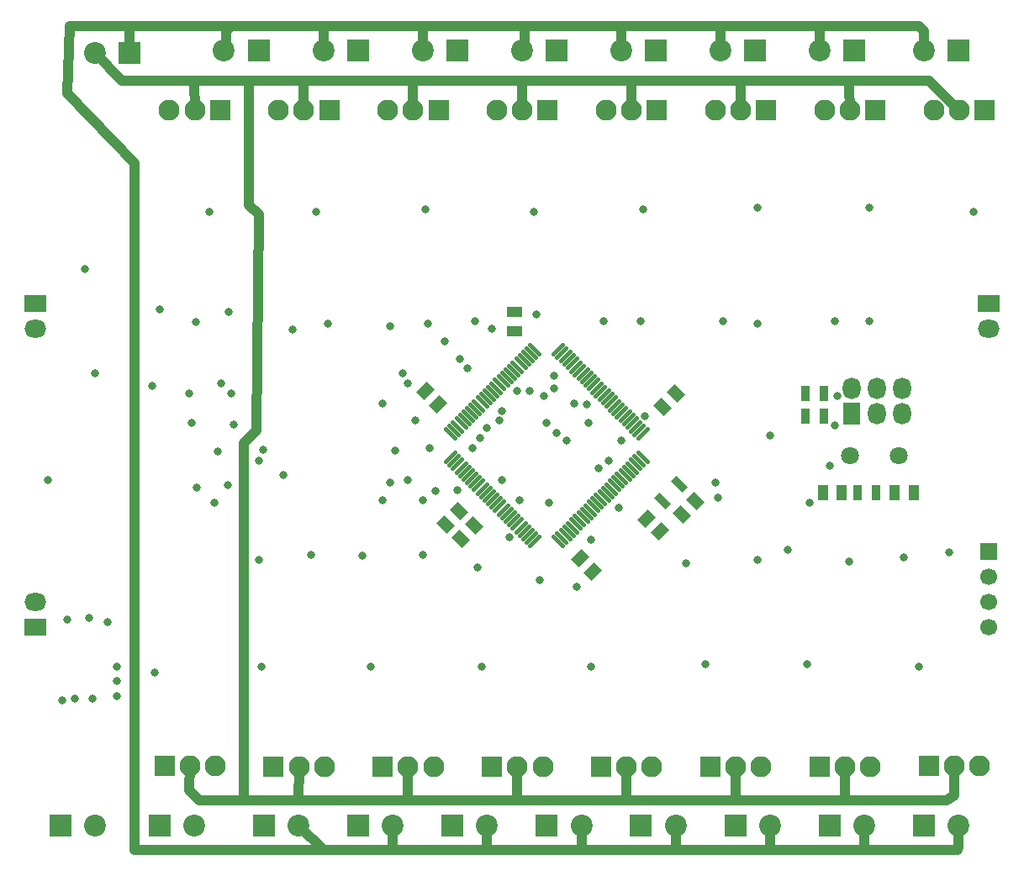
<source format=gbs>
G04*
G04 #@! TF.GenerationSoftware,Altium Limited,Altium Designer,22.7.1 (60)*
G04*
G04 Layer_Color=16711935*
%FSLAX44Y44*%
%MOMM*%
G71*
G04*
G04 #@! TF.SameCoordinates,58864457-2C57-4B72-ACF9-2A768CBF14AA*
G04*
G04*
G04 #@! TF.FilePolarity,Negative*
G04*
G01*
G75*
%ADD39C,1.0000*%
%ADD50R,0.9000X1.5000*%
%ADD55R,1.5000X1.1000*%
%ADD60R,1.1000X1.5000*%
%ADD62R,2.2000X1.8000*%
%ADD63O,2.2000X1.8000*%
%ADD64R,2.2000X2.2000*%
%ADD65C,2.2000*%
%ADD66C,2.1100*%
%ADD67R,2.1100X2.1100*%
%ADD68C,1.7000*%
%ADD69R,1.7000X1.7000*%
%ADD70C,1.8000*%
%ADD71R,1.8000X2.2000*%
%ADD72O,1.8000X2.2000*%
%ADD73C,0.8000*%
G04:AMPARAMS|DCode=96|XSize=0.8mm|YSize=1.6mm|CornerRadius=0mm|HoleSize=0mm|Usage=FLASHONLY|Rotation=225.000|XOffset=0mm|YOffset=0mm|HoleType=Round|Shape=Rectangle|*
%AMROTATEDRECTD96*
4,1,4,-0.2828,0.8485,0.8485,-0.2828,0.2828,-0.8485,-0.8485,0.2828,-0.2828,0.8485,0.0*
%
%ADD96ROTATEDRECTD96*%

G04:AMPARAMS|DCode=97|XSize=1.1mm|YSize=1.5mm|CornerRadius=0mm|HoleSize=0mm|Usage=FLASHONLY|Rotation=135.000|XOffset=0mm|YOffset=0mm|HoleType=Round|Shape=Rectangle|*
%AMROTATEDRECTD97*
4,1,4,0.9192,0.1414,-0.1414,-0.9192,-0.9192,-0.1414,0.1414,0.9192,0.9192,0.1414,0.0*
%
%ADD97ROTATEDRECTD97*%

G04:AMPARAMS|DCode=98|XSize=1.1mm|YSize=1.5mm|CornerRadius=0mm|HoleSize=0mm|Usage=FLASHONLY|Rotation=45.000|XOffset=0mm|YOffset=0mm|HoleType=Round|Shape=Rectangle|*
%AMROTATEDRECTD98*
4,1,4,0.1414,-0.9192,-0.9192,0.1414,-0.1414,0.9192,0.9192,-0.1414,0.1414,-0.9192,0.0*
%
%ADD98ROTATEDRECTD98*%

G04:AMPARAMS|DCode=99|XSize=1.68mm|YSize=0.37mm|CornerRadius=0.0913mm|HoleSize=0mm|Usage=FLASHONLY|Rotation=45.000|XOffset=0mm|YOffset=0mm|HoleType=Round|Shape=RoundedRectangle|*
%AMROUNDEDRECTD99*
21,1,1.6800,0.1875,0,0,45.0*
21,1,1.4975,0.3700,0,0,45.0*
1,1,0.1825,0.5957,0.4632*
1,1,0.1825,-0.4632,-0.5957*
1,1,0.1825,-0.5957,-0.4632*
1,1,0.1825,0.4632,0.5957*
%
%ADD99ROUNDEDRECTD99*%
G04:AMPARAMS|DCode=100|XSize=1.68mm|YSize=0.37mm|CornerRadius=0.0913mm|HoleSize=0mm|Usage=FLASHONLY|Rotation=315.000|XOffset=0mm|YOffset=0mm|HoleType=Round|Shape=RoundedRectangle|*
%AMROUNDEDRECTD100*
21,1,1.6800,0.1875,0,0,315.0*
21,1,1.4975,0.3700,0,0,315.0*
1,1,0.1825,0.4632,-0.5957*
1,1,0.1825,-0.5957,0.4632*
1,1,0.1825,-0.4632,0.5957*
1,1,0.1825,0.5957,-0.4632*
%
%ADD100ROUNDEDRECTD100*%
D39*
X250000Y75000D02*
Y435000D01*
X262410Y447410D01*
X265000Y665000D01*
X255000Y675000D02*
X265000Y665000D01*
X255000Y675000D02*
Y800000D01*
X135000Y827500D02*
Y855000D01*
X75000D02*
X243750D01*
X72500Y787500D02*
X75000Y855000D01*
X72500Y787500D02*
X140000Y716932D01*
X140000Y25000D01*
X330000D01*
X305000Y75000D02*
X305500Y109000D01*
X415000Y77500D02*
X415500Y109000D01*
X525000Y75000D02*
X525500Y109000D01*
X635000Y77500D02*
X635500Y109000D01*
X745000Y77500D02*
X745500Y109000D01*
X855000Y77500D02*
X855500Y109000D01*
X965000Y80000D02*
Y102500D01*
X957500Y75000D02*
X965000Y80000D01*
X205000Y75000D02*
X957500D01*
X195000Y85000D02*
X205000Y75000D01*
X195000Y85000D02*
X195500Y110000D01*
X200000Y800000D02*
X200500Y770000D01*
X310000Y797500D02*
X310500Y770000D01*
X420000Y800000D02*
X420500Y770000D01*
X530000Y800000D02*
X530500Y770000D01*
X640000Y800000D02*
X640500Y770000D01*
X750000Y795000D02*
X750500Y770000D01*
X860000Y795000D02*
X860500Y770000D01*
X940000Y800000D02*
X962500Y777500D01*
X127500Y800000D02*
X940000D01*
X99948Y827500D02*
X127500Y800000D01*
X232500Y840000D02*
Y850000D01*
X237500Y855000D01*
X247500D01*
X330000Y835000D02*
Y852500D01*
X430000Y835000D02*
Y855000D01*
X532500Y835000D02*
Y855000D01*
X630000Y832500D02*
Y855000D01*
X730000Y830000D02*
Y855000D01*
X830000Y830000D02*
X830000Y855000D01*
X935000Y830000D02*
X935000Y850000D01*
X930000Y855000D02*
X935000Y850000D01*
X925000Y855000D02*
X930000D01*
X247500D02*
X925000D01*
X400000Y30000D02*
X400052Y50000D01*
X495000Y27500D02*
X495052Y50000D01*
X590000Y30000D02*
X590052Y50000D01*
X685000Y27500D02*
X685052Y50000D01*
X780000Y27500D02*
X780052Y50000D01*
X875000Y30000D02*
X875052Y50000D01*
X970000Y27500D02*
Y52500D01*
X969167Y25000D02*
X970000Y27500D01*
X962500Y25000D02*
X969167D01*
X330000D02*
X962500D01*
X305052Y50000D02*
X330000Y25000D01*
D50*
X887000Y385000D02*
D03*
X868000D02*
D03*
X834500Y485000D02*
D03*
X815500D02*
D03*
Y462500D02*
D03*
X834500D02*
D03*
D55*
X522500Y548000D02*
D03*
Y567000D02*
D03*
D60*
X833000Y385000D02*
D03*
X852000D02*
D03*
X924500D02*
D03*
X905500D02*
D03*
D62*
X40000Y250000D02*
D03*
X1000000Y575400D02*
D03*
X40000D02*
D03*
D63*
Y275400D02*
D03*
X1000000Y550000D02*
D03*
X40000D02*
D03*
D64*
X135000Y827500D02*
D03*
X970052Y830000D02*
D03*
X465052D02*
D03*
X650000Y50000D02*
D03*
X745000D02*
D03*
X565052Y830000D02*
D03*
X270000Y50000D02*
D03*
X840000D02*
D03*
X665052Y830000D02*
D03*
X365000Y50000D02*
D03*
X765052Y830000D02*
D03*
X935000Y50000D02*
D03*
X865052Y830000D02*
D03*
X265052D02*
D03*
X460000Y50000D02*
D03*
X555000D02*
D03*
X365052Y830000D02*
D03*
X65000Y50000D02*
D03*
X165000D02*
D03*
D65*
X99948Y827500D02*
D03*
X935000Y830000D02*
D03*
X430000D02*
D03*
X685052Y50000D02*
D03*
X780052D02*
D03*
X530000Y830000D02*
D03*
X305052Y50000D02*
D03*
X875052D02*
D03*
X630000Y830000D02*
D03*
X400052Y50000D02*
D03*
X730000Y830000D02*
D03*
X970052Y50000D02*
D03*
X830000Y830000D02*
D03*
X230000D02*
D03*
X495052Y50000D02*
D03*
X590052D02*
D03*
X330000Y830000D02*
D03*
X100052Y50000D02*
D03*
X200052D02*
D03*
D66*
X395000Y770000D02*
D03*
X420500D02*
D03*
X635500Y109000D02*
D03*
X661000D02*
D03*
X771000D02*
D03*
X745500D02*
D03*
X530500Y770000D02*
D03*
X505000D02*
D03*
X221000Y110000D02*
D03*
X195500D02*
D03*
X855500Y109000D02*
D03*
X881000D02*
D03*
X615000Y770000D02*
D03*
X640500D02*
D03*
X305500Y109000D02*
D03*
X331000D02*
D03*
X725000Y770000D02*
D03*
X750500D02*
D03*
X965500Y110000D02*
D03*
X991000D02*
D03*
X441000Y109000D02*
D03*
X415500D02*
D03*
X200500Y770000D02*
D03*
X175000D02*
D03*
X835000D02*
D03*
X860500D02*
D03*
X525500Y109000D02*
D03*
X551000D02*
D03*
X285000Y770000D02*
D03*
X310500D02*
D03*
X970500D02*
D03*
X945000D02*
D03*
D67*
X446000D02*
D03*
X610000Y109000D02*
D03*
X720000D02*
D03*
X556000Y770000D02*
D03*
X170000Y110000D02*
D03*
X830000Y109000D02*
D03*
X666000Y770000D02*
D03*
X280000Y109000D02*
D03*
X776000Y770000D02*
D03*
X940000Y110000D02*
D03*
X390000Y109000D02*
D03*
X226000Y770000D02*
D03*
X886000D02*
D03*
X500000Y109000D02*
D03*
X336000Y770000D02*
D03*
X996000D02*
D03*
D68*
X1000000Y275400D02*
D03*
Y250000D02*
D03*
Y300800D02*
D03*
D69*
Y326200D02*
D03*
D70*
X909500Y422500D02*
D03*
X860500D02*
D03*
D71*
X862100Y464800D02*
D03*
D72*
X887500Y464800D02*
D03*
X912900Y464800D02*
D03*
X862100Y490200D02*
D03*
X887500Y490200D02*
D03*
X912900Y490200D02*
D03*
D73*
X430000Y377500D02*
D03*
X390000Y475000D02*
D03*
X67500Y176100D02*
D03*
X517500Y340000D02*
D03*
X239824Y453857D02*
D03*
X237500Y485000D02*
D03*
X197500Y455000D02*
D03*
X195000Y485000D02*
D03*
X415000Y495000D02*
D03*
X265000Y317500D02*
D03*
X597500Y455000D02*
D03*
X555000D02*
D03*
X565000Y445000D02*
D03*
X575000Y437500D02*
D03*
X122500Y180000D02*
D03*
Y195000D02*
D03*
Y210000D02*
D03*
X475000Y510000D02*
D03*
X452386Y537614D02*
D03*
X595000Y473557D02*
D03*
X582500Y475000D02*
D03*
X617500Y417500D02*
D03*
X607500Y410000D02*
D03*
X654114Y461757D02*
D03*
X725000Y395000D02*
D03*
X695000Y314000D02*
D03*
X599600Y210000D02*
D03*
X715000Y212500D02*
D03*
X267500Y210000D02*
D03*
X159835Y204228D02*
D03*
X97500Y177500D02*
D03*
X510000Y467500D02*
D03*
X507500Y457500D02*
D03*
X627500Y370000D02*
D03*
X562500Y490000D02*
D03*
Y502500D02*
D03*
X600000Y337500D02*
D03*
X490000Y210000D02*
D03*
X377500D02*
D03*
X223850Y426500D02*
D03*
X585000Y290000D02*
D03*
X537500Y487500D02*
D03*
X552500Y482500D02*
D03*
X495000Y450000D02*
D03*
X487500Y440000D02*
D03*
X435000Y555000D02*
D03*
X410000Y505000D02*
D03*
X233895Y393026D02*
D03*
X265000Y417500D02*
D03*
X390000Y377500D02*
D03*
X397500Y395000D02*
D03*
X290000Y402500D02*
D03*
X630000Y437500D02*
D03*
X840000Y412500D02*
D03*
X465000Y387500D02*
D03*
X510000Y397500D02*
D03*
X437500Y430000D02*
D03*
X402500Y427500D02*
D03*
X202500Y390000D02*
D03*
X527500Y377500D02*
D03*
X557500Y375000D02*
D03*
X780000Y442500D02*
D03*
X820000Y375000D02*
D03*
X727500Y380000D02*
D03*
X525000Y487500D02*
D03*
X845000Y452500D02*
D03*
X847500Y482500D02*
D03*
X443355Y386645D02*
D03*
X415000Y397500D02*
D03*
X269240Y428644D02*
D03*
X227500Y495000D02*
D03*
X157500Y492500D02*
D03*
X100000Y505000D02*
D03*
X90000Y610000D02*
D03*
X467728Y519772D02*
D03*
X480000Y430000D02*
D03*
X220000Y375000D02*
D03*
X612500Y558000D02*
D03*
X500000Y550000D02*
D03*
X422500Y457500D02*
D03*
X960000Y325000D02*
D03*
X915000Y320000D02*
D03*
X859259Y315298D02*
D03*
X797500Y327500D02*
D03*
X767500Y317500D02*
D03*
X547820Y297253D02*
D03*
X485000Y310000D02*
D03*
X430000Y322500D02*
D03*
X369252Y321603D02*
D03*
X317500Y322500D02*
D03*
X482500Y557500D02*
D03*
X544424Y564984D02*
D03*
X650000Y557500D02*
D03*
X732500D02*
D03*
X767500Y555000D02*
D03*
X845000Y557500D02*
D03*
X880000D02*
D03*
X397500Y552500D02*
D03*
X335000Y555000D02*
D03*
X298967Y549461D02*
D03*
X235000Y567500D02*
D03*
X201650Y556969D02*
D03*
X112500Y255000D02*
D03*
X52500Y397500D02*
D03*
X165395Y570029D02*
D03*
X94274Y258537D02*
D03*
X80000Y177500D02*
D03*
X72500Y257500D02*
D03*
X817500Y212500D02*
D03*
X930000Y210000D02*
D03*
X984538Y668183D02*
D03*
X880000Y672500D02*
D03*
X767577Y672177D02*
D03*
X652500Y670000D02*
D03*
X542500Y667500D02*
D03*
X432500Y670000D02*
D03*
X322500Y667500D02*
D03*
X215000D02*
D03*
D96*
X688485Y393485D02*
D03*
X671515Y376515D02*
D03*
D97*
X655782Y359217D02*
D03*
X669218Y345783D02*
D03*
X588283Y319217D02*
D03*
X601717Y305783D02*
D03*
X445935Y474065D02*
D03*
X432500Y487500D02*
D03*
D98*
X704218Y376717D02*
D03*
X690782Y363283D02*
D03*
X671565Y471565D02*
D03*
X685000Y485000D02*
D03*
X481717Y351717D02*
D03*
X468283Y338283D02*
D03*
X466717Y366717D02*
D03*
X453283Y353283D02*
D03*
D99*
X651732Y444379D02*
D03*
X648197Y447915D02*
D03*
X644661Y451451D02*
D03*
X641126Y454986D02*
D03*
X637590Y458521D02*
D03*
X634055Y462057D02*
D03*
X630519Y465593D02*
D03*
X626983Y469128D02*
D03*
X623448Y472664D02*
D03*
X619912Y476199D02*
D03*
X616377Y479735D02*
D03*
X612841Y483270D02*
D03*
X609306Y486806D02*
D03*
X605770Y490341D02*
D03*
X602235Y493877D02*
D03*
X598699Y497412D02*
D03*
X595164Y500948D02*
D03*
X591628Y504483D02*
D03*
X588093Y508019D02*
D03*
X584557Y511555D02*
D03*
X581021Y515090D02*
D03*
X577486Y518626D02*
D03*
X573951Y522161D02*
D03*
X570415Y525697D02*
D03*
X566879Y529232D02*
D03*
X458268Y420621D02*
D03*
X461803Y417085D02*
D03*
X465339Y413549D02*
D03*
X468874Y410014D02*
D03*
X472410Y406479D02*
D03*
X475946Y402943D02*
D03*
X479481Y399407D02*
D03*
X483017Y395872D02*
D03*
X486552Y392336D02*
D03*
X490088Y388801D02*
D03*
X493623Y385265D02*
D03*
X497159Y381730D02*
D03*
X500694Y378194D02*
D03*
X504230Y374659D02*
D03*
X507765Y371123D02*
D03*
X511301Y367588D02*
D03*
X514836Y364052D02*
D03*
X518372Y360517D02*
D03*
X521907Y356981D02*
D03*
X525443Y353445D02*
D03*
X528979Y349910D02*
D03*
X532514Y346374D02*
D03*
X536050Y342839D02*
D03*
X539585Y339303D02*
D03*
X543121Y335768D02*
D03*
D100*
X566879D02*
D03*
X570415Y339303D02*
D03*
X573951Y342839D02*
D03*
X577486Y346374D02*
D03*
X581021Y349910D02*
D03*
X584557Y353445D02*
D03*
X588093Y356981D02*
D03*
X591628Y360517D02*
D03*
X595164Y364052D02*
D03*
X598699Y367588D02*
D03*
X602235Y371123D02*
D03*
X605770Y374659D02*
D03*
X609306Y378194D02*
D03*
X612841Y381730D02*
D03*
X616377Y385265D02*
D03*
X619912Y388801D02*
D03*
X623448Y392336D02*
D03*
X626983Y395872D02*
D03*
X630519Y399407D02*
D03*
X634055Y402943D02*
D03*
X637590Y406479D02*
D03*
X641126Y410014D02*
D03*
X644661Y413549D02*
D03*
X648197Y417085D02*
D03*
X651732Y420621D02*
D03*
X543121Y529232D02*
D03*
X539585Y525697D02*
D03*
X536050Y522161D02*
D03*
X532514Y518626D02*
D03*
X528979Y515090D02*
D03*
X525443Y511555D02*
D03*
X521907Y508019D02*
D03*
X518372Y504483D02*
D03*
X514836Y500948D02*
D03*
X511301Y497412D02*
D03*
X507765Y493877D02*
D03*
X504230Y490341D02*
D03*
X500694Y486806D02*
D03*
X497159Y483270D02*
D03*
X493623Y479735D02*
D03*
X490088Y476199D02*
D03*
X486552Y472664D02*
D03*
X483017Y469128D02*
D03*
X479481Y465593D02*
D03*
X475946Y462057D02*
D03*
X472410Y458521D02*
D03*
X468874Y454986D02*
D03*
X465339Y451451D02*
D03*
X461803Y447915D02*
D03*
X458268Y444379D02*
D03*
M02*

</source>
